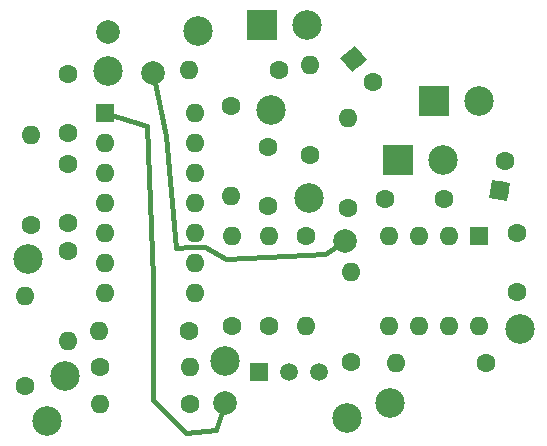
<source format=gbr>
G04 #@! TF.GenerationSoftware,KiCad,Pcbnew,(5.1.2-1)-1*
G04 #@! TF.CreationDate,2022-01-04T14:15:43-05:00*
G04 #@! TF.ProjectId,Utility LFO - CGS,5574696c-6974-4792-904c-464f202d2043,rev?*
G04 #@! TF.SameCoordinates,Original*
G04 #@! TF.FileFunction,Copper,L1,Top*
G04 #@! TF.FilePolarity,Positive*
%FSLAX46Y46*%
G04 Gerber Fmt 4.6, Leading zero omitted, Abs format (unit mm)*
G04 Created by KiCad (PCBNEW (5.1.2-1)-1) date 2022-01-04 14:15:43*
%MOMM*%
%LPD*%
G04 APERTURE LIST*
%ADD10C,1.998980*%
%ADD11O,1.600000X1.600000*%
%ADD12C,1.600000*%
%ADD13R,1.500000X1.500000*%
%ADD14C,1.500000*%
%ADD15C,0.100000*%
%ADD16C,2.499360*%
%ADD17R,2.499360X2.499360*%
%ADD18R,1.600000X1.600000*%
%ADD19C,0.406400*%
G04 APERTURE END LIST*
D10*
X26900000Y-21290000D03*
D11*
X43590000Y-38140000D03*
D12*
X43590000Y-45760000D03*
D10*
X43090000Y-35460000D03*
X23080000Y-17760000D03*
X32950000Y-49190000D03*
D13*
X35860000Y-46570000D03*
D14*
X40940000Y-46570000D03*
X38400000Y-46570000D03*
D12*
X19630000Y-21360000D03*
X19630000Y-26360000D03*
X43840000Y-20080000D03*
D15*
G36*
X42712934Y-19981395D02*
G01*
X43938605Y-18952934D01*
X44967066Y-20178605D01*
X43741395Y-21207066D01*
X42712934Y-19981395D01*
X42712934Y-19981395D01*
G37*
D12*
X45446969Y-21995111D03*
X56634120Y-28747981D03*
X56200000Y-31210000D03*
D15*
G36*
X56848928Y-32136765D02*
G01*
X55273235Y-31858928D01*
X55551072Y-30283235D01*
X57126765Y-30561072D01*
X56848928Y-32136765D01*
X56848928Y-32136765D01*
G37*
D12*
X19630000Y-28960000D03*
X19630000Y-33960000D03*
X36580000Y-32490000D03*
X36580000Y-27490000D03*
X57639997Y-39790000D03*
X57639997Y-34790000D03*
X51500000Y-31900002D03*
X46500000Y-31900002D03*
D16*
X36830000Y-24390000D03*
X30670000Y-17700000D03*
X17860000Y-50690000D03*
X16260000Y-37040000D03*
X40030000Y-31880000D03*
X23050000Y-21110000D03*
X32950000Y-45640000D03*
X19430000Y-46890000D03*
X46940000Y-49170000D03*
X43250000Y-50450000D03*
X57920000Y-42940000D03*
D17*
X36050000Y-17180000D03*
D16*
X39860000Y-17180000D03*
X54500000Y-23670000D03*
D17*
X50690000Y-23670000D03*
X47640000Y-28630000D03*
D16*
X51450000Y-28630000D03*
D11*
X33490000Y-31660000D03*
D12*
X33490000Y-24040000D03*
X37560000Y-21040000D03*
D11*
X29940000Y-21040000D03*
X40190000Y-20600000D03*
D12*
X40190000Y-28220000D03*
D11*
X15990000Y-40120000D03*
D12*
X15990000Y-47740000D03*
X39830000Y-35050000D03*
D11*
X39830000Y-42670000D03*
D12*
X16530000Y-34130000D03*
D11*
X16530000Y-26510000D03*
D12*
X36710000Y-42670000D03*
D11*
X36710000Y-35050000D03*
X43380000Y-25070000D03*
D12*
X43380000Y-32690000D03*
X33510000Y-42660000D03*
D11*
X33510000Y-35040000D03*
X22300000Y-43070000D03*
D12*
X29920000Y-43070000D03*
X19640000Y-36340000D03*
D11*
X19640000Y-43960000D03*
D12*
X22350000Y-46150000D03*
D11*
X29970000Y-46150000D03*
X22410000Y-49270000D03*
D12*
X30030000Y-49270000D03*
X55060000Y-45800000D03*
D11*
X47440000Y-45800000D03*
D18*
X22770000Y-24610000D03*
D11*
X30390000Y-39850000D03*
X22770000Y-27150000D03*
X30390000Y-37310000D03*
X22770000Y-29690000D03*
X30390000Y-34770000D03*
X22770000Y-32230000D03*
X30390000Y-32230000D03*
X22770000Y-34770000D03*
X30390000Y-29690000D03*
X22770000Y-37310000D03*
X30390000Y-27150000D03*
X22770000Y-39850000D03*
X30390000Y-24610000D03*
D18*
X54449999Y-35050000D03*
D11*
X46829999Y-42670000D03*
X51909999Y-35050000D03*
X49369999Y-42670000D03*
X49369999Y-35050000D03*
X51909999Y-42670000D03*
X46829999Y-35050000D03*
X54449999Y-42670000D03*
D19*
X26370000Y-25750000D02*
X26870000Y-38580000D01*
X26870000Y-38580000D02*
X26870000Y-48940000D01*
X26870000Y-48940000D02*
X29620000Y-51740000D01*
X29620000Y-51740000D02*
X32220000Y-51460000D01*
X32220000Y-51460000D02*
X32950000Y-49190000D01*
X26370000Y-25750000D02*
X22770000Y-24610000D01*
X26900000Y-21290000D02*
X28000000Y-26620000D01*
X28000000Y-26620000D02*
X28790000Y-36110000D01*
X28790000Y-36110000D02*
X30080000Y-36020000D01*
X30080000Y-36020000D02*
X31240000Y-36020000D01*
X31240000Y-36020000D02*
X33060000Y-36970000D01*
X33060000Y-36970000D02*
X38170000Y-36770000D01*
X38170000Y-36770000D02*
X41410000Y-36620000D01*
X41410000Y-36620000D02*
X43090000Y-35460000D01*
M02*

</source>
